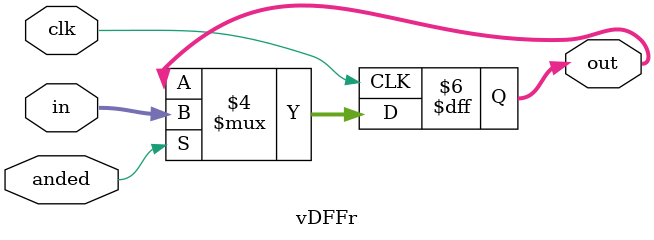
<source format=v>
/* CPEN 211 Lab 7: Simple RISC Machine */
/* Prayetnaa Kansakar & Danial Jaber */

module regfile(data_in, writenum, write, readnum, clk, data_out );
    input [15:0] data_in;
    input [2:0] writenum, readnum;
    input write, clk;
    output [15:0] data_out;
    wire [15:0] R0, R1, R2, R3, R4, R5, R6, R7; 

    wire [7:0] anding;
    wire [7:0] anded;
    wire [7:0] select;

Dec #(3,8) D1(writenum, anding);

//assign anded = anding && write;

assign anded[0] = anding[0] && write;
assign anded[1] = anding[1] && write;
assign anded[2] = anding[2] && write;
assign anded[3] = anding[3] && write;
assign anded[4] = anding[4] && write;
assign anded[5] = anding[5] && write;
assign anded[6] = anding[6] && write;
assign anded[7] = anding[7] && write;

vDFFr #(16) F1(clk, data_in, anded[0], R0);
vDFFr #(16) F2(clk, data_in, anded[1], R1);
vDFFr #(16) F3(clk, data_in, anded[2], R2);
vDFFr #(16) F4(clk, data_in, anded[3], R3);
vDFFr #(16) F5(clk, data_in, anded[4], R4);
vDFFr #(16) F6(clk, data_in, anded[5], R5);
vDFFr #(16) F7(clk, data_in, anded[6], R6);
vDFFr #(16) F8(clk, data_in, anded[7], R7);

Dec #(3,8) D2(readnum, select);

Mux8 #(16) M1(R0, R1, R2, R3, R4, R5, R6, R7, select, data_out);

endmodule

module Dec(a, b);
    parameter n = 3;
    parameter m = 8;

    input [n-1:0] a;
    output [m-1:0] b;

    wire [m-1:0] b = 1 << a;
endmodule

module Mux8(R0, R1, R2, R3, R4, R5, R6, R7, select, data_out);
    parameter k = 16;
    input [k-1:0] R0, R1, R2, R3, R4, R5, R6, R7; 
    input [7:0] select;
    output [k-1:0] data_out;
    reg [k-1:0] data_out;

    always @(*) begin
        case(select)
        8'b00000001 : data_out = R0;
        8'b00000010 : data_out = R1;
        8'b00000100 : data_out = R2;
        8'b00001000 : data_out = R3;
        8'b00010000 : data_out = R4;
        8'b00100000 : data_out = R5;
        8'b01000000 : data_out = R6;
        8'b10000000 : data_out = R7;
        default: data_out = {8'bxxxxxxxx};
        endcase
    end
endmodule

module vDFFr (clk, in, anded, out);
    parameter k = 16;
    input clk, anded;
    input [k-1:0] in;
    output [k-1:0] out;
    reg [k-1:0] out;


    always @(posedge clk) begin
        if (anded == 1'b1) begin
            out = in; end
    end
endmodule
</source>
